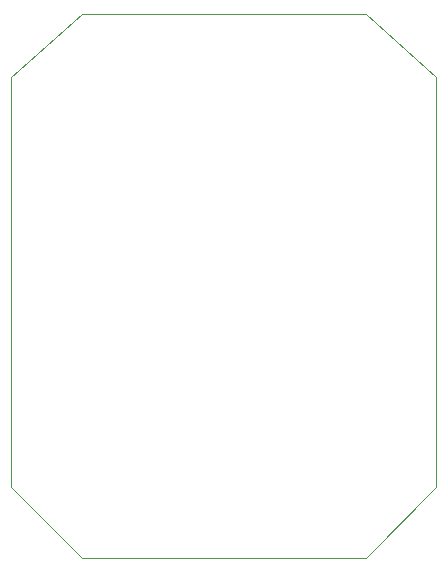
<source format=gm1>
G04 #@! TF.GenerationSoftware,KiCad,Pcbnew,(5.1.10)-1*
G04 #@! TF.CreationDate,2021-06-26T18:25:47-06:00*
G04 #@! TF.ProjectId,cable-link,6361626c-652d-46c6-996e-6b2e6b696361,rev?*
G04 #@! TF.SameCoordinates,Original*
G04 #@! TF.FileFunction,Profile,NP*
%FSLAX46Y46*%
G04 Gerber Fmt 4.6, Leading zero omitted, Abs format (unit mm)*
G04 Created by KiCad (PCBNEW (5.1.10)-1) date 2021-06-26 18:25:47*
%MOMM*%
%LPD*%
G01*
G04 APERTURE LIST*
G04 #@! TA.AperFunction,Profile*
%ADD10C,0.100000*%
G04 #@! TD*
G04 APERTURE END LIST*
D10*
X21000000Y-61000000D02*
X15000000Y-55000000D01*
X51000000Y-55000000D02*
X45000000Y-61000000D01*
X45000000Y-15000000D02*
X51000000Y-20300000D01*
X21000000Y-15000000D02*
X15000000Y-20300000D01*
X51000000Y-20300000D02*
X51000000Y-55000000D01*
X21000000Y-15000000D02*
X45000000Y-15000000D01*
X15000000Y-55000000D02*
X15000000Y-20300000D01*
X45000000Y-61000000D02*
X21000000Y-61000000D01*
M02*

</source>
